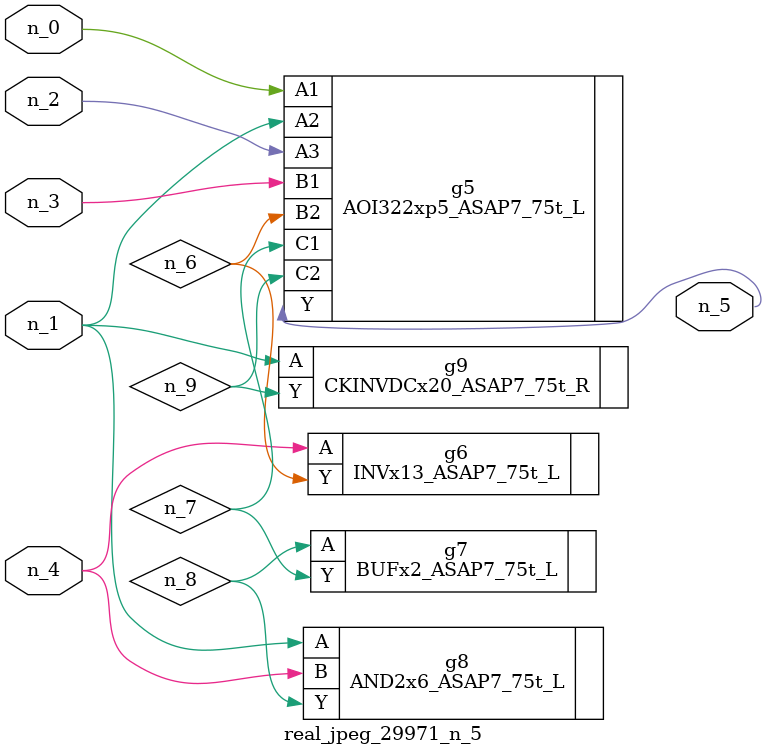
<source format=v>
module real_jpeg_29971_n_5 (n_4, n_0, n_1, n_2, n_3, n_5);

input n_4;
input n_0;
input n_1;
input n_2;
input n_3;

output n_5;

wire n_8;
wire n_6;
wire n_7;
wire n_9;

AOI322xp5_ASAP7_75t_L g5 ( 
.A1(n_0),
.A2(n_1),
.A3(n_2),
.B1(n_3),
.B2(n_6),
.C1(n_7),
.C2(n_9),
.Y(n_5)
);

AND2x6_ASAP7_75t_L g8 ( 
.A(n_1),
.B(n_4),
.Y(n_8)
);

CKINVDCx20_ASAP7_75t_R g9 ( 
.A(n_1),
.Y(n_9)
);

INVx13_ASAP7_75t_L g6 ( 
.A(n_4),
.Y(n_6)
);

BUFx2_ASAP7_75t_L g7 ( 
.A(n_8),
.Y(n_7)
);


endmodule
</source>
